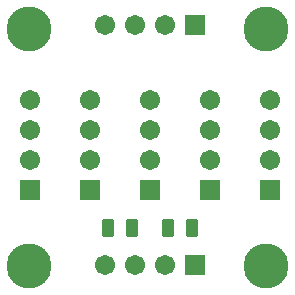
<source format=gts>
G04 Layer_Color=8388736*
%FSLAX44Y44*%
%MOMM*%
G71*
G01*
G75*
G04:AMPARAMS|DCode=19|XSize=1.5032mm|YSize=1.0032mm|CornerRadius=0.2016mm|HoleSize=0mm|Usage=FLASHONLY|Rotation=270.000|XOffset=0mm|YOffset=0mm|HoleType=Round|Shape=RoundedRectangle|*
%AMROUNDEDRECTD19*
21,1,1.5032,0.6000,0,0,270.0*
21,1,1.1000,1.0032,0,0,270.0*
1,1,0.4032,-0.3000,-0.5500*
1,1,0.4032,-0.3000,0.5500*
1,1,0.4032,0.3000,0.5500*
1,1,0.4032,0.3000,-0.5500*
%
%ADD19ROUNDEDRECTD19*%
%ADD20C,3.8032*%
%ADD21R,1.7032X1.7032*%
%ADD22C,1.7032*%
%ADD23R,1.7032X1.7032*%
D19*
X142400Y57150D02*
D03*
X162400D02*
D03*
X91600D02*
D03*
X111600D02*
D03*
D20*
X25000Y225000D02*
D03*
X225000D02*
D03*
Y25000D02*
D03*
X25000D02*
D03*
D21*
X228600Y88900D02*
D03*
X177800D02*
D03*
X127000D02*
D03*
X76200D02*
D03*
X25400D02*
D03*
D22*
X228600Y114300D02*
D03*
Y139700D02*
D03*
Y165100D02*
D03*
X177800Y114300D02*
D03*
Y139700D02*
D03*
Y165100D02*
D03*
X127000Y114300D02*
D03*
Y139700D02*
D03*
Y165100D02*
D03*
X139700Y25400D02*
D03*
X114300D02*
D03*
X88900D02*
D03*
X76200Y114300D02*
D03*
Y139700D02*
D03*
Y165100D02*
D03*
X139700Y228600D02*
D03*
X114300D02*
D03*
X88900D02*
D03*
X25400Y114300D02*
D03*
Y139700D02*
D03*
Y165100D02*
D03*
D23*
X165100Y25400D02*
D03*
Y228600D02*
D03*
M02*

</source>
